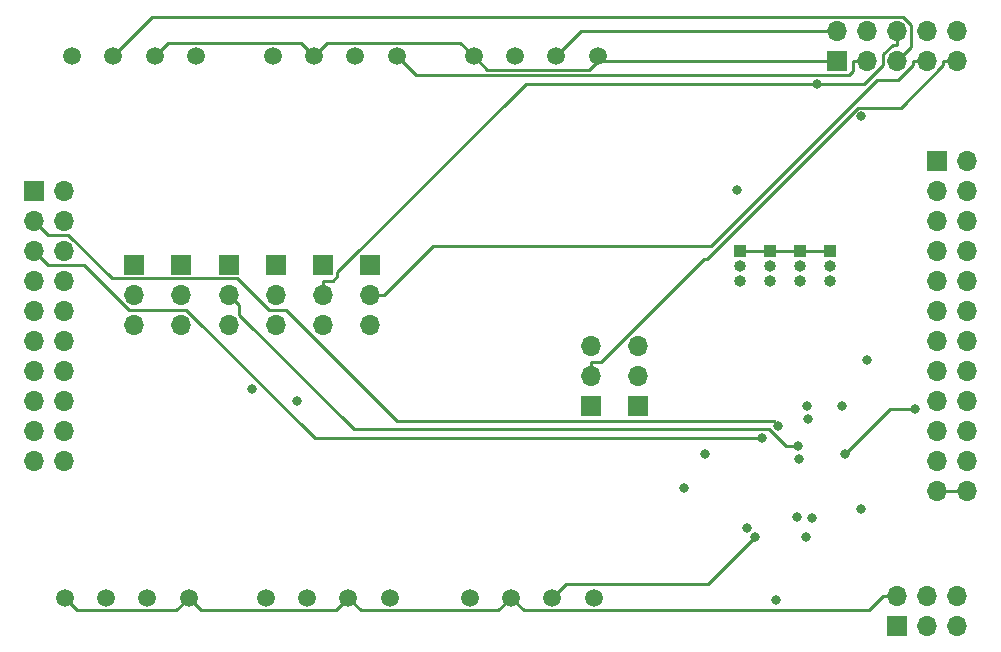
<source format=gbr>
%TF.GenerationSoftware,KiCad,Pcbnew,(5.1.10)-1*%
%TF.CreationDate,2022-03-21T18:44:11-04:00*%
%TF.ProjectId,RevA,52657641-2e6b-4696-9361-645f70636258,rev?*%
%TF.SameCoordinates,Original*%
%TF.FileFunction,Copper,L3,Inr*%
%TF.FilePolarity,Positive*%
%FSLAX46Y46*%
G04 Gerber Fmt 4.6, Leading zero omitted, Abs format (unit mm)*
G04 Created by KiCad (PCBNEW (5.1.10)-1) date 2022-03-21 18:44:11*
%MOMM*%
%LPD*%
G01*
G04 APERTURE LIST*
%TA.AperFunction,ComponentPad*%
%ADD10R,1.700000X1.700000*%
%TD*%
%TA.AperFunction,ComponentPad*%
%ADD11O,1.700000X1.700000*%
%TD*%
%TA.AperFunction,ComponentPad*%
%ADD12O,1.000000X1.000000*%
%TD*%
%TA.AperFunction,ComponentPad*%
%ADD13R,1.000000X1.000000*%
%TD*%
%TA.AperFunction,ComponentPad*%
%ADD14C,1.498600*%
%TD*%
%TA.AperFunction,ViaPad*%
%ADD15C,0.800000*%
%TD*%
%TA.AperFunction,Conductor*%
%ADD16C,0.250000*%
%TD*%
G04 APERTURE END LIST*
D10*
%TO.N,/3.3V*%
%TO.C,J1*%
X163000000Y-86570000D03*
D11*
%TO.N,Net-(J1-Pad2)*%
X165540000Y-86570000D03*
%TO.N,/I2C_Data*%
X163000000Y-89110000D03*
%TO.N,Net-(J1-Pad4)*%
X165540000Y-89110000D03*
%TO.N,/I2C_Clock*%
X163000000Y-91650000D03*
%TO.N,/GND*%
X165540000Y-91650000D03*
%TO.N,Net-(J1-Pad7)*%
X163000000Y-94190000D03*
%TO.N,Net-(J1-Pad8)*%
X165540000Y-94190000D03*
%TO.N,/GND*%
X163000000Y-96730000D03*
%TO.N,Net-(J1-Pad10)*%
X165540000Y-96730000D03*
%TO.N,Net-(J1-Pad11)*%
X163000000Y-99270000D03*
%TO.N,Net-(J1-Pad12)*%
X165540000Y-99270000D03*
%TO.N,Net-(J1-Pad13)*%
X163000000Y-101810000D03*
%TO.N,/GND*%
X165540000Y-101810000D03*
%TO.N,Net-(J1-Pad15)*%
X163000000Y-104350000D03*
%TO.N,Net-(J1-Pad16)*%
X165540000Y-104350000D03*
%TO.N,/3.3V*%
X163000000Y-106890000D03*
%TO.N,Net-(J1-Pad18)*%
X165540000Y-106890000D03*
%TO.N,Net-(J1-Pad19)*%
X163000000Y-109430000D03*
%TO.N,/GND*%
X165540000Y-109430000D03*
%TD*%
D10*
%TO.N,Net-(J2-Pad1)*%
%TO.C,J2*%
X239500000Y-84030000D03*
D11*
%TO.N,Net-(J2-Pad2)*%
X242040000Y-84030000D03*
%TO.N,Net-(J2-Pad3)*%
X239500000Y-86570000D03*
%TO.N,Net-(J2-Pad4)*%
X242040000Y-86570000D03*
%TO.N,/GND*%
X239500000Y-89110000D03*
%TO.N,Net-(J2-Pad6)*%
X242040000Y-89110000D03*
%TO.N,Net-(J2-Pad7)*%
X239500000Y-91650000D03*
%TO.N,Net-(J2-Pad8)*%
X242040000Y-91650000D03*
%TO.N,Net-(J2-Pad9)*%
X239500000Y-94190000D03*
%TO.N,/GND*%
X242040000Y-94190000D03*
%TO.N,Net-(J2-Pad11)*%
X239500000Y-96730000D03*
%TO.N,Net-(J2-Pad12)*%
X242040000Y-96730000D03*
%TO.N,Net-(J2-Pad13)*%
X239500000Y-99270000D03*
%TO.N,/GND*%
X242040000Y-99270000D03*
%TO.N,Net-(J2-Pad15)*%
X239500000Y-101810000D03*
%TO.N,Net-(J2-Pad16)*%
X242040000Y-101810000D03*
%TO.N,Net-(J2-Pad17)*%
X239500000Y-104350000D03*
%TO.N,Net-(J2-Pad18)*%
X242040000Y-104350000D03*
%TO.N,/GND*%
X239500000Y-106890000D03*
%TO.N,Net-(J2-Pad20)*%
X242040000Y-106890000D03*
%TO.N,/Interconnect*%
X239500000Y-109430000D03*
%TO.N,Net-(D3-Pad1)*%
X242040000Y-109430000D03*
%TO.N,/VCC*%
X239500000Y-111970000D03*
X242040000Y-111970000D03*
%TD*%
D12*
%TO.N,/GND*%
%TO.C,J3*%
X230410000Y-94234000D03*
%TO.N,/Arduino/D0*%
X230410000Y-92964000D03*
D13*
%TO.N,/5V*%
X230410000Y-91694000D03*
%TD*%
%TO.N,/5V*%
%TO.C,J4*%
X227870000Y-91694000D03*
D12*
%TO.N,/Arduino/D1*%
X227870000Y-92964000D03*
%TO.N,/GND*%
X227870000Y-94234000D03*
%TD*%
%TO.N,/GND*%
%TO.C,J5*%
X225330000Y-94234000D03*
%TO.N,/Arduino/D2*%
X225330000Y-92964000D03*
D13*
%TO.N,/5V*%
X225330000Y-91694000D03*
%TD*%
D14*
%TO.N,/5V*%
%TO.C,J6*%
X200223998Y-75180000D03*
%TO.N,/GND*%
X203723999Y-75180000D03*
%TO.N,/A0*%
X207223999Y-75180000D03*
%TO.N,/5V*%
X210724000Y-75180000D03*
%TD*%
%TO.N,/A2*%
%TO.C,J7*%
X183223998Y-75180000D03*
%TO.N,/5V*%
X186723999Y-75180000D03*
%TO.N,/GND*%
X190223999Y-75180000D03*
%TO.N,/A1*%
X193724000Y-75180000D03*
%TD*%
%TO.N,/GND*%
%TO.C,J8*%
X176724000Y-75180000D03*
%TO.N,/5V*%
X173223999Y-75180000D03*
%TO.N,/A3*%
X169723999Y-75180000D03*
%TO.N,/GND*%
X166223998Y-75180000D03*
%TD*%
%TO.N,/5V*%
%TO.C,J9*%
X165608000Y-121031000D03*
%TO.N,/A4*%
X169108001Y-121031000D03*
%TO.N,/GND*%
X172608001Y-121031000D03*
%TO.N,/5V*%
X176108002Y-121031000D03*
%TD*%
%TO.N,/A5*%
%TO.C,J10*%
X182626000Y-121031000D03*
%TO.N,/GND*%
X186126001Y-121031000D03*
%TO.N,/5V*%
X189626001Y-121031000D03*
%TO.N,/A6*%
X193126002Y-121031000D03*
%TD*%
%TO.N,/GND*%
%TO.C,J11*%
X210398002Y-121031000D03*
%TO.N,/A7*%
X206898001Y-121031000D03*
%TO.N,/5V*%
X203398001Y-121031000D03*
%TO.N,/GND*%
X199898000Y-121031000D03*
%TD*%
D10*
%TO.N,/5V*%
%TO.C,J12*%
X231000000Y-75600000D03*
D11*
%TO.N,/A0*%
X231000000Y-73060000D03*
%TO.N,/A1*%
X233540000Y-75600000D03*
%TO.N,/A2*%
X233540000Y-73060000D03*
%TO.N,/A3*%
X236080000Y-75600000D03*
%TO.N,/A4*%
X236080000Y-73060000D03*
%TO.N,/A5*%
X238620000Y-75600000D03*
%TO.N,/A6*%
X238620000Y-73060000D03*
%TO.N,/A7*%
X241160000Y-75600000D03*
%TO.N,/GND*%
X241160000Y-73060000D03*
%TD*%
%TO.N,Net-(J13-Pad3)*%
%TO.C,J13*%
X171497000Y-97913000D03*
%TO.N,/A0*%
X171497000Y-95373000D03*
D10*
%TO.N,Net-(J13-Pad1)*%
X171497000Y-92833000D03*
%TD*%
%TO.N,Net-(J14-Pad1)*%
%TO.C,J14*%
X175497000Y-92833000D03*
D11*
%TO.N,/A1*%
X175497000Y-95373000D03*
%TO.N,Net-(J14-Pad3)*%
X175497000Y-97913000D03*
%TD*%
%TO.N,Net-(J15-Pad3)*%
%TO.C,J15*%
X179497000Y-97913000D03*
%TO.N,/A2*%
X179497000Y-95373000D03*
D10*
%TO.N,Net-(J15-Pad1)*%
X179497000Y-92833000D03*
%TD*%
%TO.N,Net-(J16-Pad1)*%
%TO.C,J16*%
X183497000Y-92833000D03*
D11*
%TO.N,/A3*%
X183497000Y-95373000D03*
%TO.N,Net-(J16-Pad3)*%
X183497000Y-97913000D03*
%TD*%
%TO.N,Net-(J17-Pad3)*%
%TO.C,J17*%
X187497000Y-97913000D03*
%TO.N,/A4*%
X187497000Y-95373000D03*
D10*
%TO.N,Net-(J17-Pad1)*%
X187497000Y-92833000D03*
%TD*%
%TO.N,Net-(J18-Pad1)*%
%TO.C,J18*%
X191497000Y-92833000D03*
D11*
%TO.N,/A5*%
X191497000Y-95373000D03*
%TO.N,Net-(J18-Pad3)*%
X191497000Y-97913000D03*
%TD*%
%TO.N,Net-(J19-Pad3)*%
%TO.C,J19*%
X214143000Y-99699000D03*
%TO.N,/A6*%
X214143000Y-102239000D03*
D10*
%TO.N,Net-(J19-Pad1)*%
X214143000Y-104779000D03*
%TD*%
%TO.N,Net-(J20-Pad1)*%
%TO.C,J20*%
X210143000Y-104779000D03*
D11*
%TO.N,/A7*%
X210143000Y-102239000D03*
%TO.N,Net-(J20-Pad3)*%
X210143000Y-99699000D03*
%TD*%
D10*
%TO.N,/Arduino/MISO*%
%TO.C,J21*%
X236093000Y-123469000D03*
D11*
%TO.N,/5V*%
X236093000Y-120929000D03*
%TO.N,/Arduino/SCK*%
X238633000Y-123469000D03*
%TO.N,/Arduino/MOSI*%
X238633000Y-120929000D03*
%TO.N,/Reset*%
X241173000Y-123469000D03*
%TO.N,/GND*%
X241173000Y-120929000D03*
%TD*%
D13*
%TO.N,/5V*%
%TO.C,J22*%
X222790000Y-91694000D03*
D12*
%TO.N,/Arduino/D3*%
X222790000Y-92964000D03*
%TO.N,/GND*%
X222790000Y-94234000D03*
%TD*%
D15*
%TO.N,/VCC*%
X233068000Y-80260300D03*
%TO.N,/GND*%
X185293000Y-104394000D03*
X181483000Y-103378000D03*
X237617000Y-105029000D03*
X231648000Y-108839000D03*
X219837000Y-108839000D03*
X218059000Y-111760000D03*
%TO.N,/5V*%
X228854000Y-114300000D03*
X233033450Y-113549550D03*
%TO.N,/I2C_Data*%
X226041268Y-106504289D03*
%TO.N,/I2C_Clock*%
X224657073Y-107547097D03*
%TO.N,/Reset*%
X231426500Y-104806600D03*
%TO.N,/5v_regulator/5V*%
X222561400Y-86494000D03*
X225817200Y-121238500D03*
%TO.N,/A0*%
X228509000Y-105900400D03*
%TO.N,/A2*%
X227711000Y-108204000D03*
%TO.N,/A1*%
X227790338Y-109327859D03*
%TO.N,/A3*%
X228473000Y-104775000D03*
%TO.N,/A4*%
X229266900Y-77501000D03*
X228330200Y-115913100D03*
%TO.N,/A5*%
X233574900Y-100911600D03*
%TO.N,/A6*%
X223345000Y-115167600D03*
%TO.N,/A7*%
X224094100Y-115866100D03*
%TO.N,/Arduino/SCK*%
X227576590Y-114174910D03*
%TD*%
D16*
%TO.N,/VCC*%
X242040000Y-111970000D02*
X239500000Y-111970000D01*
%TO.N,/GND*%
X235458000Y-105029000D02*
X231648000Y-108839000D01*
X237617000Y-105029000D02*
X235458000Y-105029000D01*
%TO.N,/5V*%
X173224000Y-75180000D02*
X174348800Y-74055200D01*
X174348800Y-74055200D02*
X185599200Y-74055200D01*
X185599200Y-74055200D02*
X186724000Y-75180000D01*
X227870000Y-91694000D02*
X230410000Y-91694000D01*
X225330000Y-91694000D02*
X227870000Y-91694000D01*
X222790000Y-91694000D02*
X225330000Y-91694000D01*
X210724000Y-75600000D02*
X209999100Y-76324900D01*
X209999100Y-76324900D02*
X201368900Y-76324900D01*
X201368900Y-76324900D02*
X200224000Y-75180000D01*
X210724000Y-75180000D02*
X210724000Y-75600000D01*
X210724000Y-75600000D02*
X229824700Y-75600000D01*
X231000000Y-75600000D02*
X229824700Y-75600000D01*
X186724000Y-75180000D02*
X187837700Y-74066300D01*
X187837700Y-74066300D02*
X199110300Y-74066300D01*
X199110300Y-74066300D02*
X200224000Y-75180000D01*
X189626000Y-121031000D02*
X190700700Y-122105700D01*
X190700700Y-122105700D02*
X202323300Y-122105700D01*
X202323300Y-122105700D02*
X203398000Y-121031000D01*
X234917700Y-120929000D02*
X233730500Y-122116200D01*
X233730500Y-122116200D02*
X204483200Y-122116200D01*
X204483200Y-122116200D02*
X203398000Y-121031000D01*
X189626000Y-121031000D02*
X188551300Y-122105700D01*
X188551300Y-122105700D02*
X177182700Y-122105700D01*
X177182700Y-122105700D02*
X176108000Y-121031000D01*
X176108000Y-121031000D02*
X175033300Y-122105700D01*
X175033300Y-122105700D02*
X166682700Y-122105700D01*
X166682700Y-122105700D02*
X165608000Y-121031000D01*
X236093000Y-120929000D02*
X234917700Y-120929000D01*
%TO.N,/I2C_Data*%
X180232200Y-94008400D02*
X182866800Y-96643000D01*
X165923200Y-90285300D02*
X169646300Y-94008400D01*
X163000000Y-89110000D02*
X164175300Y-90285300D01*
X169646300Y-94008400D02*
X180232200Y-94008400D01*
X193784990Y-106104290D02*
X225641269Y-106104290D01*
X184323700Y-96643000D02*
X193784990Y-106104290D01*
X225641269Y-106104290D02*
X226041268Y-106504289D01*
X164175300Y-90285300D02*
X165923200Y-90285300D01*
X182866800Y-96643000D02*
X184323700Y-96643000D01*
%TO.N,/I2C_Clock*%
X167244600Y-92825300D02*
X171062300Y-96643000D01*
X186800597Y-107547097D02*
X224657073Y-107547097D01*
X175896500Y-96643000D02*
X186800597Y-107547097D01*
X171062300Y-96643000D02*
X175896500Y-96643000D01*
X164175300Y-92825300D02*
X167244600Y-92825300D01*
X163000000Y-91650000D02*
X164175300Y-92825300D01*
%TO.N,/A0*%
X231000000Y-73060000D02*
X209344000Y-73060000D01*
X209344000Y-73060000D02*
X207224000Y-75180000D01*
%TO.N,/A2*%
X225228515Y-106795200D02*
X226637315Y-108204000D01*
X226637315Y-108204000D02*
X227711000Y-108204000D01*
X190066700Y-106795200D02*
X225228515Y-106795200D01*
X179497000Y-95373000D02*
X180346999Y-96222999D01*
X180346999Y-97075499D02*
X190066700Y-106795200D01*
X180346999Y-96222999D02*
X180346999Y-97075499D01*
%TO.N,/A1*%
X232364700Y-75600000D02*
X232364700Y-76425100D01*
X232364700Y-76425100D02*
X232014500Y-76775300D01*
X232014500Y-76775300D02*
X195319300Y-76775300D01*
X195319300Y-76775300D02*
X193724000Y-75180000D01*
X233540000Y-75600000D02*
X232364700Y-75600000D01*
%TO.N,/A3*%
X169724000Y-75180000D02*
X173019300Y-71884700D01*
X173019300Y-71884700D02*
X236617000Y-71884700D01*
X236617000Y-71884700D02*
X237273200Y-72540900D01*
X237273200Y-72540900D02*
X237273200Y-74406800D01*
X237273200Y-74406800D02*
X236080000Y-75600000D01*
%TO.N,/A4*%
X187497000Y-94197700D02*
X188315200Y-94197700D01*
X188315200Y-94197700D02*
X188672300Y-93840600D01*
X188672300Y-93840600D02*
X188672300Y-93483300D01*
X188672300Y-93483300D02*
X204654600Y-77501000D01*
X204654600Y-77501000D02*
X229266900Y-77501000D01*
X236080000Y-74235300D02*
X235712600Y-74235300D01*
X235712600Y-74235300D02*
X234904700Y-75043200D01*
X234904700Y-75043200D02*
X234904700Y-75897600D01*
X234904700Y-75897600D02*
X233301300Y-77501000D01*
X233301300Y-77501000D02*
X229266900Y-77501000D01*
X236080000Y-73060000D02*
X236080000Y-74235300D01*
X187497000Y-95373000D02*
X187497000Y-94197700D01*
%TO.N,/A5*%
X237444700Y-75600000D02*
X237444700Y-75967400D01*
X237444700Y-75967400D02*
X236186500Y-77225600D01*
X236186500Y-77225600D02*
X234398500Y-77225600D01*
X234398500Y-77225600D02*
X220345500Y-91278600D01*
X220345500Y-91278600D02*
X196766700Y-91278600D01*
X196766700Y-91278600D02*
X192672300Y-95373000D01*
X191497000Y-95373000D02*
X192672300Y-95373000D01*
X238620000Y-75600000D02*
X237444700Y-75600000D01*
%TO.N,/A7*%
X206898000Y-121031000D02*
X208083200Y-119845800D01*
X208083200Y-119845800D02*
X220114400Y-119845800D01*
X220114400Y-119845800D02*
X224094100Y-115866100D01*
X210143000Y-101063700D02*
X211037900Y-101063700D01*
X211037900Y-101063700D02*
X219752700Y-92348900D01*
X219752700Y-92348900D02*
X219953700Y-92348900D01*
X219953700Y-92348900D02*
X232767600Y-79535000D01*
X232767600Y-79535000D02*
X236380300Y-79535000D01*
X236380300Y-79535000D02*
X239984700Y-75930600D01*
X239984700Y-75930600D02*
X239984700Y-75600000D01*
X241160000Y-75600000D02*
X239984700Y-75600000D01*
X210143000Y-102239000D02*
X210143000Y-101063700D01*
%TD*%
M02*

</source>
